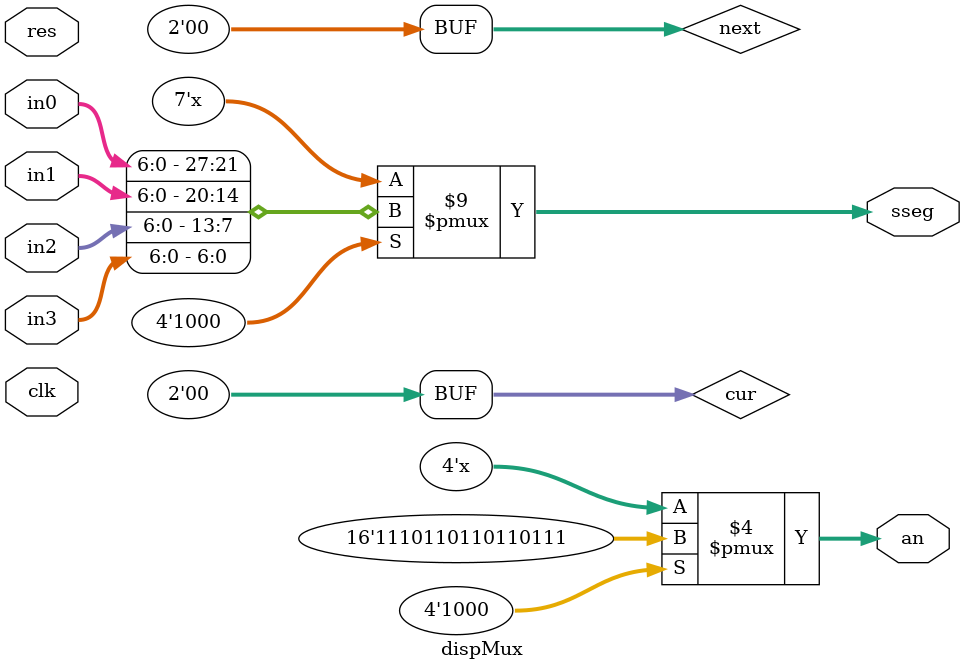
<source format=v>
`timescale 1ns / 1ps

module dispMux(
    input clk,
    input res,
    input [6:0] in0,
    input [6:0] in1,
    input [6:0] in2,
    input [6:0] in3,
    output reg [3:0] an,
    output reg [6:0] sseg
    );
    
    reg [1:0] cur;
    reg [1:0] next;
    
    //state trans
    always @(*) begin
        case(cur)
            2'b00: next = 2'b01;
            2'b01: next = 2'b10;
            2'b10: next = 2'b11;
            2'b11: next = 2'b00;
            default: begin next = 2'b00;
                cur = 2'b00;
                end
        endcase
    end
    
    always @(*) begin
        //mux
        case(cur)
            2'b00: sseg = in0;
            2'b01: sseg = in1;
            2'b10: sseg = in2;
            2'b11: sseg = in3;
            default: sseg = 16'b0;
        endcase
        //decoder
        case(cur)
            2'b00: an = 4'b1110;
            2'b01: an = 4'b1101;
            2'b10: an = 4'b1011;
            2'b11: an = 4'b0111;
            default: an = 4'b1111;
        endcase
        end
    
    always @(posedge clk or posedge res) begin
        if(res)
            cur <= 2'b00;
        else
            cur <= next;
    end
endmodule

</source>
